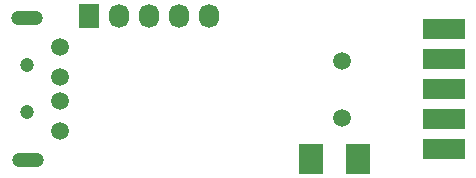
<source format=gbr>
G04 #@! TF.FileFunction,Copper,L2,Bot,Signal*
%FSLAX46Y46*%
G04 Gerber Fmt 4.6, Leading zero omitted, Abs format (unit mm)*
G04 Created by KiCad (PCBNEW 4.0.2+dfsg1-stable) date Wed 09 May 2018 09:33:26 CST*
%MOMM*%
G01*
G04 APERTURE LIST*
%ADD10C,0.100000*%
%ADD11R,2.000000X2.500000*%
%ADD12R,1.727200X2.032000*%
%ADD13O,1.727200X2.032000*%
%ADD14C,1.501140*%
%ADD15R,3.600000X1.778000*%
%ADD16C,1.200000*%
G04 APERTURE END LIST*
D10*
D11*
X130971040Y-113466880D03*
X126971040Y-113466880D03*
D12*
X108127800Y-101376480D03*
D13*
X110667800Y-101376480D03*
X113207800Y-101376480D03*
X115747800Y-101376480D03*
X118287800Y-101376480D03*
D14*
X129621280Y-110015020D03*
X129621280Y-105133140D03*
D15*
X138204800Y-102489000D03*
X138204800Y-105029000D03*
X138204800Y-110109000D03*
X138204800Y-107569000D03*
X138204800Y-112649000D03*
D16*
X102271320Y-113527320D03*
X102576120Y-113527320D03*
X102880920Y-113527320D03*
X103185720Y-113527320D03*
X103490520Y-113527320D03*
X102195120Y-101513120D03*
X102499920Y-101513120D03*
X102804720Y-101513120D03*
X103109520Y-101513120D03*
X103414320Y-101513120D03*
X103795320Y-113527320D03*
X102957120Y-109513120D03*
X102957120Y-105513120D03*
X103719120Y-101513120D03*
D14*
X105737240Y-111069980D03*
X105737240Y-108529980D03*
X105737240Y-106497980D03*
X105737240Y-103957980D03*
M02*

</source>
